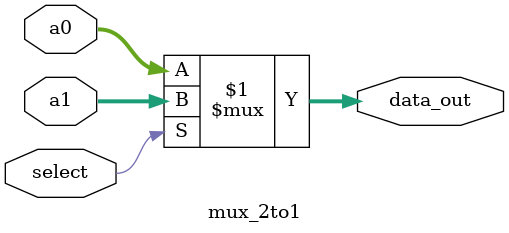
<source format=v>
`timescale 1ns / 1ps


module mux_2to1(
    input [31:0] a0,
    input [31:0] a1,
    input select,
    output [31:0] data_out
    );
    
    assign data_out = (select)? a1 : a0;
endmodule

</source>
